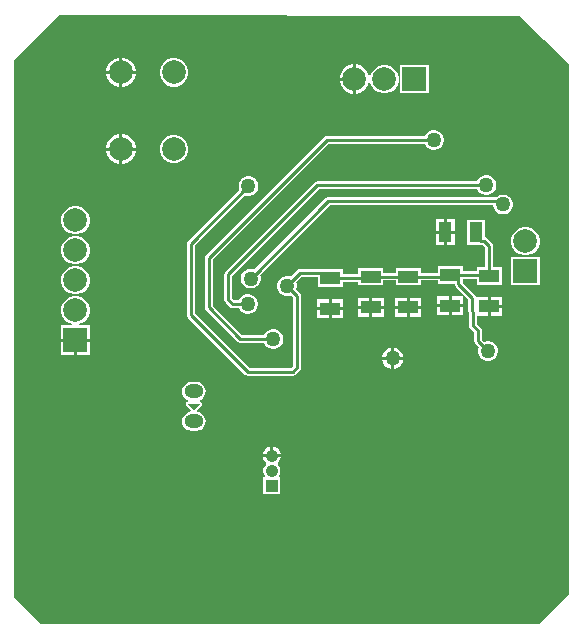
<source format=gbl>
G04*
G04 #@! TF.GenerationSoftware,Altium Limited,Altium Designer,21.0.9 (235)*
G04*
G04 Layer_Physical_Order=2*
G04 Layer_Color=16711680*
%FSLAX44Y44*%
%MOMM*%
G71*
G04*
G04 #@! TF.SameCoordinates,A0518373-5DC4-4E38-8A05-EEFCEC3494AD*
G04*
G04*
G04 #@! TF.FilePolarity,Positive*
G04*
G01*
G75*
%ADD14C,0.2540*%
%ADD23R,1.1000X1.7000*%
%ADD25R,1.7000X1.1000*%
%ADD43O,1.6000X1.2000*%
%ADD44R,1.0500X1.0500*%
%ADD45C,1.0500*%
%ADD46R,2.0000X2.0000*%
%ADD47C,2.0000*%
%ADD48R,2.0000X2.0000*%
%ADD49C,1.2700*%
G36*
X742950Y822960D02*
X784860Y782320D01*
Y334010D01*
X759460Y308610D01*
X337820D01*
X314960Y331470D01*
Y786130D01*
X353060Y824230D01*
X742950Y822960D01*
D02*
G37*
%LPC*%
G36*
X407141Y787990D02*
X406760D01*
Y776720D01*
X418030D01*
Y777101D01*
X417176Y780290D01*
X415525Y783149D01*
X413190Y785484D01*
X410330Y787135D01*
X407141Y787990D01*
D02*
G37*
G36*
X404220D02*
X403839D01*
X400650Y787135D01*
X397790Y785484D01*
X395456Y783149D01*
X393805Y780290D01*
X392950Y777101D01*
Y776720D01*
X404220D01*
Y787990D01*
D02*
G37*
G36*
X601980Y782160D02*
X601599D01*
X598410Y781305D01*
X595550Y779654D01*
X593215Y777320D01*
X591565Y774460D01*
X590710Y771271D01*
Y770890D01*
X601980D01*
Y782160D01*
D02*
G37*
G36*
X452070Y787450D02*
X448910D01*
X445858Y786632D01*
X443122Y785052D01*
X440887Y782818D01*
X439308Y780082D01*
X438490Y777030D01*
Y773870D01*
X439308Y770818D01*
X440887Y768082D01*
X443122Y765847D01*
X445858Y764268D01*
X448910Y763450D01*
X452070D01*
X455122Y764268D01*
X457858Y765847D01*
X460092Y768082D01*
X461672Y770818D01*
X462490Y773870D01*
Y777030D01*
X461672Y780082D01*
X460092Y782818D01*
X457858Y785052D01*
X455122Y786632D01*
X452070Y787450D01*
D02*
G37*
G36*
X418030Y774180D02*
X406760D01*
Y762910D01*
X407141D01*
X410330Y763764D01*
X413190Y765415D01*
X415525Y767750D01*
X417176Y770610D01*
X418030Y773799D01*
Y774180D01*
D02*
G37*
G36*
X404220D02*
X392950D01*
Y773799D01*
X393805Y770610D01*
X395456Y767750D01*
X397790Y765415D01*
X400650Y763764D01*
X403839Y762910D01*
X404220D01*
Y774180D01*
D02*
G37*
G36*
X666050Y781620D02*
X642050D01*
Y757620D01*
X666050D01*
Y781620D01*
D02*
G37*
G36*
X604901Y782160D02*
X604520D01*
Y769620D01*
Y757080D01*
X604901D01*
X608090Y757935D01*
X610950Y759585D01*
X613284Y761920D01*
X614935Y764780D01*
X615572Y767156D01*
X616887D01*
X617468Y764988D01*
X619048Y762252D01*
X621282Y760018D01*
X624018Y758438D01*
X627070Y757620D01*
X630230D01*
X633282Y758438D01*
X636018Y760018D01*
X638252Y762252D01*
X639832Y764988D01*
X640650Y768040D01*
Y771200D01*
X639832Y774252D01*
X638252Y776988D01*
X636018Y779222D01*
X633282Y780802D01*
X630230Y781620D01*
X627070D01*
X624018Y780802D01*
X621282Y779222D01*
X619048Y776988D01*
X617468Y774252D01*
X616887Y772084D01*
X615572D01*
X614935Y774460D01*
X613284Y777320D01*
X610950Y779654D01*
X608090Y781305D01*
X604901Y782160D01*
D02*
G37*
G36*
X601980Y768350D02*
X590710D01*
Y767969D01*
X591565Y764780D01*
X593215Y761920D01*
X595550Y759585D01*
X598410Y757935D01*
X601599Y757080D01*
X601980D01*
Y768350D01*
D02*
G37*
G36*
X407141Y722990D02*
X406760D01*
Y711720D01*
X418030D01*
Y712101D01*
X417176Y715290D01*
X415525Y718150D01*
X413190Y720485D01*
X410330Y722136D01*
X407141Y722990D01*
D02*
G37*
G36*
X404220D02*
X403839D01*
X400650Y722136D01*
X397790Y720485D01*
X395456Y718150D01*
X393805Y715290D01*
X392950Y712101D01*
Y711720D01*
X404220D01*
Y722990D01*
D02*
G37*
G36*
X671488Y726521D02*
X669289D01*
X667166Y725952D01*
X665262Y724853D01*
X663707Y723298D01*
X662672Y721505D01*
X579741D01*
X578465Y721251D01*
X577383Y720528D01*
X477702Y620848D01*
X476980Y619766D01*
X476726Y618490D01*
Y576580D01*
X476980Y575304D01*
X477702Y574222D01*
X504372Y547552D01*
X505454Y546830D01*
X506730Y546576D01*
X526953D01*
X527988Y544783D01*
X529543Y543228D01*
X531447Y542129D01*
X533571Y541560D01*
X535769D01*
X537893Y542129D01*
X539797Y543228D01*
X541352Y544783D01*
X542451Y546687D01*
X543020Y548811D01*
Y551009D01*
X542451Y553133D01*
X541352Y555037D01*
X539797Y556592D01*
X537893Y557691D01*
X535769Y558260D01*
X533571D01*
X531447Y557691D01*
X529543Y556592D01*
X527988Y555037D01*
X526953Y553244D01*
X508111D01*
X483394Y577961D01*
Y617109D01*
X581122Y714837D01*
X662672D01*
X663707Y713044D01*
X665262Y711489D01*
X667166Y710390D01*
X669289Y709821D01*
X671488D01*
X673612Y710390D01*
X675516Y711489D01*
X677070Y713044D01*
X678170Y714948D01*
X678739Y717072D01*
Y719270D01*
X678170Y721394D01*
X677070Y723298D01*
X675516Y724853D01*
X673612Y725952D01*
X671488Y726521D01*
D02*
G37*
G36*
X452070Y722450D02*
X448910D01*
X445858Y721632D01*
X443122Y720053D01*
X440887Y717818D01*
X439308Y715082D01*
X438490Y712030D01*
Y708870D01*
X439308Y705818D01*
X440887Y703082D01*
X443122Y700848D01*
X445858Y699268D01*
X448910Y698450D01*
X452070D01*
X455122Y699268D01*
X457858Y700848D01*
X460092Y703082D01*
X461672Y705818D01*
X462490Y708870D01*
Y712030D01*
X461672Y715082D01*
X460092Y717818D01*
X457858Y720053D01*
X455122Y721632D01*
X452070Y722450D01*
D02*
G37*
G36*
X418030Y709180D02*
X406760D01*
Y697910D01*
X407141D01*
X410330Y698765D01*
X413190Y700416D01*
X415525Y702750D01*
X417176Y705610D01*
X418030Y708799D01*
Y709180D01*
D02*
G37*
G36*
X404220D02*
X392950D01*
Y708799D01*
X393805Y705610D01*
X395456Y702750D01*
X397790Y700416D01*
X400650Y698765D01*
X403839Y697910D01*
X404220D01*
Y709180D01*
D02*
G37*
G36*
X716109Y688315D02*
X713911D01*
X711787Y687746D01*
X709883Y686647D01*
X708328Y685092D01*
X707293Y683299D01*
X572015D01*
X570739Y683045D01*
X569658Y682322D01*
X494212Y606878D01*
X493490Y605796D01*
X493236Y604520D01*
Y582930D01*
X493490Y581654D01*
X494212Y580573D01*
X497840Y576945D01*
X498922Y576222D01*
X500197Y575968D01*
X505181D01*
X506216Y574175D01*
X507771Y572621D01*
X509674Y571521D01*
X511798Y570952D01*
X513997D01*
X516120Y571521D01*
X518024Y572621D01*
X519579Y574175D01*
X520678Y576079D01*
X521247Y578203D01*
Y580402D01*
X520678Y582525D01*
X519579Y584430D01*
X518024Y585984D01*
X516120Y587083D01*
X513997Y587653D01*
X511798D01*
X509674Y587083D01*
X507771Y585984D01*
X506216Y584430D01*
X505181Y582636D01*
X501578D01*
X499904Y584311D01*
Y603139D01*
X573396Y676631D01*
X707293D01*
X708328Y674838D01*
X709883Y673283D01*
X711787Y672184D01*
X713911Y671615D01*
X716109D01*
X718233Y672184D01*
X720137Y673283D01*
X721692Y674838D01*
X722791Y676742D01*
X723360Y678866D01*
Y681064D01*
X722791Y683188D01*
X721692Y685092D01*
X720137Y686647D01*
X718233Y687746D01*
X716109Y688315D01*
D02*
G37*
G36*
X514691Y687588D02*
X512492D01*
X510369Y687019D01*
X508465Y685920D01*
X506910Y684365D01*
X505811Y682461D01*
X505242Y680337D01*
Y678139D01*
X505778Y676139D01*
X462463Y632824D01*
X461740Y631742D01*
X461486Y630466D01*
Y570230D01*
X461740Y568954D01*
X462463Y567873D01*
X510723Y519613D01*
X511804Y518890D01*
X513080Y518636D01*
X551180D01*
X552456Y518890D01*
X553537Y519613D01*
X557347Y523423D01*
X558070Y524504D01*
X558324Y525780D01*
Y585946D01*
X558070Y587222D01*
X557347Y588303D01*
X553914Y591737D01*
X554450Y593737D01*
Y595935D01*
X553914Y597935D01*
X558435Y602456D01*
X572430D01*
Y593811D01*
X593430D01*
Y597976D01*
X606720D01*
Y595080D01*
X627720D01*
Y599246D01*
X638470D01*
Y595080D01*
X659470D01*
Y599246D01*
X674030D01*
Y596351D01*
X688059D01*
X688304Y595120D01*
X689026Y594039D01*
X696142Y586923D01*
X695379Y585890D01*
X694379Y585890D01*
X685800D01*
Y579120D01*
X695570D01*
Y584635D01*
X695570Y585699D01*
X696603Y586462D01*
X699770Y583295D01*
Y573072D01*
X700024Y571796D01*
X700246Y571463D01*
Y561340D01*
X700500Y560064D01*
X701223Y558983D01*
X704832Y555373D01*
Y547864D01*
X705086Y546588D01*
X705808Y545506D01*
X708466Y542849D01*
X707930Y540849D01*
Y538651D01*
X708499Y536527D01*
X709598Y534623D01*
X711153Y533068D01*
X713057Y531969D01*
X715181Y531400D01*
X717379D01*
X719503Y531969D01*
X721407Y533068D01*
X722962Y534623D01*
X724061Y536527D01*
X724630Y538651D01*
Y540849D01*
X724061Y542973D01*
X722962Y544877D01*
X721407Y546432D01*
X719503Y547531D01*
X717379Y548100D01*
X715181D01*
X713181Y547564D01*
X711500Y549245D01*
Y556754D01*
X711246Y558030D01*
X710524Y559112D01*
X706914Y562721D01*
Y569210D01*
X716280D01*
Y577250D01*
Y585290D01*
X706510D01*
X706184Y585952D01*
X705462Y587034D01*
X695030Y597465D01*
Y600516D01*
X707050D01*
Y595750D01*
X728050D01*
Y610750D01*
X720884D01*
Y628650D01*
X720630Y629926D01*
X719908Y631007D01*
X715632Y635283D01*
X714550Y636006D01*
X713620Y636191D01*
Y650580D01*
X698620D01*
Y629580D01*
X711905D01*
X714216Y627269D01*
Y610750D01*
X707050D01*
Y607184D01*
X695030D01*
Y611350D01*
X674030D01*
Y605914D01*
X659470D01*
Y610080D01*
X638470D01*
Y605914D01*
X627720D01*
Y610080D01*
X606720D01*
Y604645D01*
X593430D01*
Y608810D01*
X579022D01*
X578700Y608875D01*
X575466D01*
X574212Y609124D01*
X557054D01*
X555778Y608870D01*
X554697Y608148D01*
X549199Y602650D01*
X547199Y603186D01*
X545001D01*
X542877Y602617D01*
X540973Y601518D01*
X539418Y599963D01*
X538319Y598059D01*
X537750Y595935D01*
Y593737D01*
X538319Y591613D01*
X539418Y589709D01*
X540973Y588154D01*
X542877Y587055D01*
X545001Y586486D01*
X547199D01*
X549199Y587022D01*
X551656Y584565D01*
Y527161D01*
X549799Y525304D01*
X514461D01*
X468154Y571611D01*
Y629085D01*
X510493Y671424D01*
X512492Y670888D01*
X514691D01*
X516815Y671457D01*
X518719Y672556D01*
X520274Y674111D01*
X521373Y676015D01*
X521942Y678139D01*
Y680337D01*
X521373Y682461D01*
X520274Y684365D01*
X518719Y685920D01*
X516815Y687019D01*
X514691Y687588D01*
D02*
G37*
G36*
X730079Y671988D02*
X727881D01*
X725757Y671419D01*
X723853Y670320D01*
X723535Y670001D01*
X723119Y670084D01*
X581295D01*
X580019Y669830D01*
X578937Y669108D01*
X518537Y608707D01*
X516537Y609243D01*
X514338D01*
X512215Y608673D01*
X510311Y607574D01*
X508756Y606020D01*
X507657Y604115D01*
X507088Y601992D01*
Y599793D01*
X507657Y597669D01*
X508756Y595765D01*
X510311Y594211D01*
X512215Y593111D01*
X514338Y592542D01*
X516537D01*
X518661Y593111D01*
X520564Y594211D01*
X522119Y595765D01*
X523218Y597669D01*
X523787Y599793D01*
Y601992D01*
X523252Y603992D01*
X582676Y663416D01*
X720630D01*
Y662539D01*
X721199Y660415D01*
X722298Y658511D01*
X723853Y656956D01*
X725757Y655857D01*
X727881Y655288D01*
X730079D01*
X732203Y655857D01*
X734107Y656956D01*
X735662Y658511D01*
X736761Y660415D01*
X737330Y662539D01*
Y664737D01*
X736761Y666861D01*
X735662Y668765D01*
X734107Y670320D01*
X732203Y671419D01*
X730079Y671988D01*
D02*
G37*
G36*
X688159Y651120D02*
X681389D01*
Y641350D01*
X688159D01*
Y651120D01*
D02*
G37*
G36*
X678849D02*
X672080D01*
Y641350D01*
X678849D01*
Y651120D01*
D02*
G37*
G36*
X368610Y662240D02*
X365450D01*
X362398Y661422D01*
X359662Y659842D01*
X357428Y657608D01*
X355848Y654872D01*
X355030Y651820D01*
Y648660D01*
X355848Y645608D01*
X357428Y642872D01*
X359662Y640638D01*
X362398Y639058D01*
X365450Y638240D01*
X368610D01*
X371662Y639058D01*
X374398Y640638D01*
X376632Y642872D01*
X378212Y645608D01*
X379030Y648660D01*
Y651820D01*
X378212Y654872D01*
X376632Y657608D01*
X374398Y659842D01*
X371662Y661422D01*
X368610Y662240D01*
D02*
G37*
G36*
X688159Y638810D02*
X681389D01*
Y629040D01*
X688159D01*
Y638810D01*
D02*
G37*
G36*
X678849D02*
X672080D01*
Y629040D01*
X678849D01*
Y638810D01*
D02*
G37*
G36*
X749610Y644460D02*
X746450D01*
X743398Y643642D01*
X740662Y642062D01*
X738428Y639828D01*
X736848Y637092D01*
X736030Y634040D01*
Y630880D01*
X736848Y627828D01*
X738428Y625092D01*
X740662Y622858D01*
X743398Y621278D01*
X746450Y620460D01*
X749610D01*
X752662Y621278D01*
X755398Y622858D01*
X757632Y625092D01*
X759212Y627828D01*
X760030Y630880D01*
Y634040D01*
X759212Y637092D01*
X757632Y639828D01*
X755398Y642062D01*
X752662Y643642D01*
X749610Y644460D01*
D02*
G37*
G36*
X368610Y636840D02*
X365450D01*
X362398Y636022D01*
X359662Y634442D01*
X357428Y632208D01*
X355848Y629472D01*
X355030Y626420D01*
Y623260D01*
X355848Y620208D01*
X357428Y617472D01*
X359662Y615238D01*
X362398Y613658D01*
X365450Y612840D01*
X368610D01*
X371662Y613658D01*
X374398Y615238D01*
X376632Y617472D01*
X378212Y620208D01*
X379030Y623260D01*
Y626420D01*
X378212Y629472D01*
X376632Y632208D01*
X374398Y634442D01*
X371662Y636022D01*
X368610Y636840D01*
D02*
G37*
G36*
X760030Y619060D02*
X736030D01*
Y595060D01*
X760030D01*
Y619060D01*
D02*
G37*
G36*
X368610Y611440D02*
X365450D01*
X362398Y610622D01*
X359662Y609042D01*
X357428Y606808D01*
X355848Y604072D01*
X355030Y601020D01*
Y597860D01*
X355848Y594808D01*
X357428Y592072D01*
X359662Y589838D01*
X362398Y588258D01*
X365450Y587440D01*
X368610D01*
X371662Y588258D01*
X374398Y589838D01*
X376632Y592072D01*
X378212Y594808D01*
X379030Y597860D01*
Y601020D01*
X378212Y604072D01*
X376632Y606808D01*
X374398Y609042D01*
X371662Y610622D01*
X368610Y611440D01*
D02*
G37*
G36*
X683260Y585890D02*
X673490D01*
Y579120D01*
X683260D01*
Y585890D01*
D02*
G37*
G36*
X718820Y585290D02*
Y578520D01*
X728590D01*
Y585290D01*
X718820D01*
D02*
G37*
G36*
X660010Y584620D02*
X650240D01*
Y577850D01*
X660010D01*
Y584620D01*
D02*
G37*
G36*
X647700D02*
X637930D01*
Y577850D01*
X647700D01*
Y584620D01*
D02*
G37*
G36*
X628260D02*
X618490D01*
Y577850D01*
X628260D01*
Y584620D01*
D02*
G37*
G36*
X615950D02*
X606180D01*
Y577850D01*
X615950D01*
Y584620D01*
D02*
G37*
G36*
X593970Y583350D02*
X584200D01*
Y576580D01*
X593970D01*
Y583350D01*
D02*
G37*
G36*
X581660D02*
X571890D01*
Y576580D01*
X581660D01*
Y583350D01*
D02*
G37*
G36*
X695570Y576580D02*
X685800D01*
Y569810D01*
X695570D01*
Y576580D01*
D02*
G37*
G36*
X683260D02*
X673490D01*
Y569810D01*
X683260D01*
Y576580D01*
D02*
G37*
G36*
X728590Y575980D02*
X718820D01*
Y569210D01*
X728590D01*
Y575980D01*
D02*
G37*
G36*
X660010Y575310D02*
X650240D01*
Y568540D01*
X660010D01*
Y575310D01*
D02*
G37*
G36*
X647700D02*
X637930D01*
Y568540D01*
X647700D01*
Y575310D01*
D02*
G37*
G36*
X628260D02*
X618490D01*
Y568540D01*
X628260D01*
Y575310D01*
D02*
G37*
G36*
X615950D02*
X606180D01*
Y568540D01*
X615950D01*
Y575310D01*
D02*
G37*
G36*
X593970Y574040D02*
X584200D01*
Y567270D01*
X593970D01*
Y574040D01*
D02*
G37*
G36*
X581660D02*
X571890D01*
Y567270D01*
X581660D01*
Y574040D01*
D02*
G37*
G36*
X368610Y586040D02*
X365450D01*
X362398Y585222D01*
X359662Y583642D01*
X357428Y581408D01*
X355848Y578672D01*
X355030Y575620D01*
Y572460D01*
X355848Y569408D01*
X357428Y566672D01*
X359662Y564438D01*
X362398Y562858D01*
X363920Y562450D01*
X363753Y561180D01*
X354490D01*
Y549910D01*
X367030D01*
X379570D01*
Y561180D01*
X370307D01*
X370140Y562450D01*
X371662Y562858D01*
X374398Y564438D01*
X376632Y566672D01*
X378212Y569408D01*
X379030Y572460D01*
Y575620D01*
X378212Y578672D01*
X376632Y581408D01*
X374398Y583642D01*
X371662Y585222D01*
X368610Y586040D01*
D02*
G37*
G36*
X379570Y547370D02*
X368300D01*
Y536100D01*
X379570D01*
Y547370D01*
D02*
G37*
G36*
X365760D02*
X354490D01*
Y536100D01*
X365760D01*
Y547370D01*
D02*
G37*
G36*
X637000Y542257D02*
Y534664D01*
X644593D01*
X644014Y536825D01*
X642843Y538853D01*
X641188Y540508D01*
X639161Y541678D01*
X637000Y542257D01*
D02*
G37*
G36*
X634460D02*
X632298Y541678D01*
X630271Y540508D01*
X628616Y538853D01*
X627446Y536825D01*
X626866Y534664D01*
X634460D01*
Y542257D01*
D02*
G37*
G36*
X644593Y532124D02*
X637000D01*
Y524531D01*
X639161Y525110D01*
X641188Y526280D01*
X642843Y527935D01*
X644014Y529963D01*
X644593Y532124D01*
D02*
G37*
G36*
X634460D02*
X626866D01*
X627446Y529963D01*
X628616Y527935D01*
X630271Y526280D01*
X632298Y525110D01*
X634460Y524531D01*
Y532124D01*
D02*
G37*
G36*
X469360Y513529D02*
X465360D01*
X463272Y513254D01*
X461325Y512448D01*
X459654Y511166D01*
X458372Y509495D01*
X457566Y507548D01*
X457291Y505460D01*
X457566Y503372D01*
X458372Y501426D01*
X459654Y499754D01*
X461325Y498472D01*
X462329Y498056D01*
X462348Y497306D01*
X462147Y496757D01*
X461580Y496644D01*
X460918Y496202D01*
X460476Y495540D01*
X460321Y494760D01*
X460476Y493980D01*
X460918Y493318D01*
X464888Y489348D01*
X464433Y488007D01*
X463272Y487854D01*
X461325Y487048D01*
X459654Y485766D01*
X458372Y484095D01*
X457566Y482148D01*
X457291Y480060D01*
X457566Y477972D01*
X458372Y476026D01*
X459654Y474354D01*
X461325Y473072D01*
X463272Y472266D01*
X465360Y471991D01*
X469360D01*
X471448Y472266D01*
X473395Y473072D01*
X475066Y474354D01*
X476348Y476026D01*
X477154Y477972D01*
X477429Y480060D01*
X477154Y482148D01*
X476348Y484095D01*
X475066Y485766D01*
X473395Y487048D01*
X471448Y487854D01*
X470287Y488007D01*
X469832Y489348D01*
X473802Y493318D01*
X474244Y493980D01*
X474399Y494760D01*
X474244Y495540D01*
X473802Y496202D01*
X473140Y496644D01*
X472573Y496757D01*
X472373Y497306D01*
X472391Y498056D01*
X473395Y498472D01*
X475066Y499754D01*
X476348Y501426D01*
X477154Y503372D01*
X477429Y505460D01*
X477154Y507548D01*
X476348Y509495D01*
X475066Y511166D01*
X473395Y512448D01*
X471448Y513254D01*
X469360Y513529D01*
D02*
G37*
G36*
X534670Y458574D02*
Y452120D01*
X541124D01*
X540659Y453857D01*
X539633Y455633D01*
X538183Y457084D01*
X536407Y458109D01*
X534670Y458574D01*
D02*
G37*
G36*
X532130D02*
X530393Y458109D01*
X528617Y457084D01*
X527166Y455633D01*
X526141Y453857D01*
X525676Y452120D01*
X532130D01*
Y458574D01*
D02*
G37*
G36*
X541124Y449580D02*
X533400D01*
X525676D01*
X526141Y447843D01*
X527166Y446067D01*
X528256Y444977D01*
X528587Y444487D01*
X528319Y443322D01*
X527599Y442602D01*
X526644Y440948D01*
X526150Y439104D01*
Y437196D01*
X526644Y435352D01*
X527442Y433970D01*
X526972Y432700D01*
X526150D01*
Y418200D01*
X540650D01*
Y432700D01*
X539828D01*
X539358Y433970D01*
X540156Y435352D01*
X540650Y437196D01*
Y439104D01*
X540156Y440948D01*
X539201Y442602D01*
X538481Y443322D01*
X538213Y444487D01*
X538544Y444977D01*
X539633Y446067D01*
X540659Y447843D01*
X541124Y449580D01*
D02*
G37*
%LPD*%
G36*
X467360Y489760D02*
X462360Y494760D01*
X472360D01*
X467360Y489760D01*
D02*
G37*
D14*
X703104Y573072D02*
X703580Y572596D01*
X703104Y573072D02*
Y584676D01*
X691384Y596396D02*
X703104Y584676D01*
X703580Y561340D02*
Y572596D01*
X708166Y547864D02*
Y556754D01*
X703580Y561340D02*
X708166Y556754D01*
Y547864D02*
X716280Y539750D01*
X687154Y603851D02*
X716949D01*
X687154D02*
X691384Y599620D01*
Y596396D02*
Y599620D01*
X684530Y603851D02*
X687154D01*
X647700Y575310D02*
X648970Y576580D01*
X615950Y601311D02*
X617220Y602580D01*
X582930Y601311D02*
X615950D01*
X648970Y576580D02*
X650240Y577850D01*
X713274Y632926D02*
X717550Y628650D01*
X706120Y637156D02*
Y640080D01*
Y637156D02*
X710350Y632926D01*
X713274D01*
X717550Y603250D02*
Y628650D01*
X716949Y603851D02*
X717550Y603250D01*
X683260Y602580D02*
X684530Y603851D01*
X648970Y602580D02*
X683260D01*
X617220D02*
X648970D01*
X578700Y605541D02*
X582930Y601311D01*
X574462Y605541D02*
X578700D01*
X574212Y605790D02*
X574462Y605541D01*
X546100Y594836D02*
X557054Y605790D01*
X574212D01*
X546100Y594836D02*
X554990Y585946D01*
Y525780D02*
Y585946D01*
X551180Y521970D02*
X554990Y525780D01*
X513080Y521970D02*
X551180D01*
X464820Y570230D02*
X513080Y521970D01*
X464820Y630466D02*
X513592Y679238D01*
X464820Y570230D02*
Y630466D01*
X480060Y576580D02*
X506730Y549910D01*
X480060Y576580D02*
Y618490D01*
X579741Y718171D01*
X496570Y582930D02*
Y604520D01*
Y582930D02*
X500197Y579302D01*
X496570Y604520D02*
X572015Y679965D01*
X500197Y579302D02*
X512897D01*
X506730Y549910D02*
X534670D01*
X579741Y718171D02*
X670389D01*
X581295Y666750D02*
X723119D01*
X726231Y663638D02*
X728980D01*
X723119Y666750D02*
X726231Y663638D01*
X515438Y600892D02*
X581295Y666750D01*
X572015Y679965D02*
X715010D01*
D23*
X680119Y640080D02*
D03*
X706120D02*
D03*
D25*
X717550Y603250D02*
D03*
Y577250D02*
D03*
X582930Y601311D02*
D03*
Y575310D02*
D03*
X648970Y576580D02*
D03*
Y602580D02*
D03*
X617220Y576580D02*
D03*
Y602580D02*
D03*
X684530Y577850D02*
D03*
Y603851D02*
D03*
D43*
X467360Y505460D02*
D03*
Y480060D02*
D03*
D44*
X533400Y425450D02*
D03*
D45*
Y438150D02*
D03*
Y450850D02*
D03*
D46*
X748030Y607060D02*
D03*
X367030Y548640D02*
D03*
D47*
X748030Y632460D02*
D03*
X628650Y769620D02*
D03*
X603250D02*
D03*
X450490Y775450D02*
D03*
X405490D02*
D03*
X450490Y710450D02*
D03*
X405490D02*
D03*
X367030Y599440D02*
D03*
Y574040D02*
D03*
Y624840D02*
D03*
Y650240D02*
D03*
D48*
X654050Y769620D02*
D03*
D49*
X635730Y533394D02*
D03*
X716280Y539750D02*
D03*
X513592Y679238D02*
D03*
X670389Y718171D02*
D03*
X546100Y594836D02*
D03*
X728980Y663638D02*
D03*
X715010Y679965D02*
D03*
X512897Y579302D02*
D03*
X534670Y549910D02*
D03*
X515438Y600892D02*
D03*
M02*

</source>
